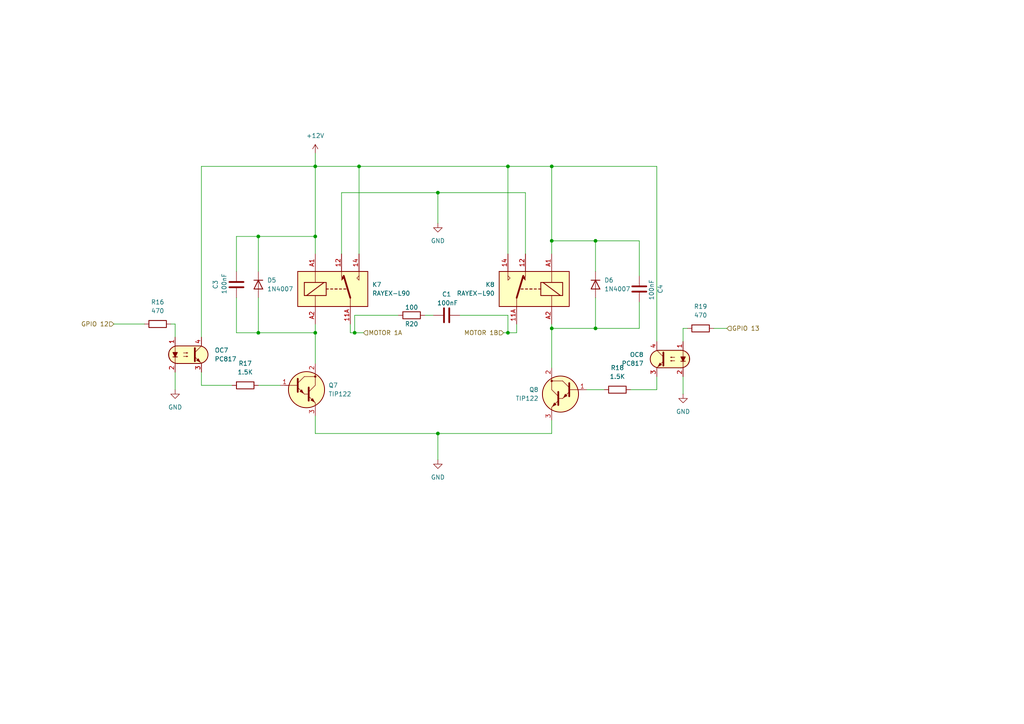
<source format=kicad_sch>
(kicad_sch
	(version 20250114)
	(generator "eeschema")
	(generator_version "9.0")
	(uuid "7ce69a9c-d2fc-47b5-8abf-78e1aba782ad")
	(paper "A4")
	(lib_symbols
		(symbol "Device:C"
			(pin_numbers
				(hide yes)
			)
			(pin_names
				(offset 0.254)
			)
			(exclude_from_sim no)
			(in_bom yes)
			(on_board yes)
			(property "Reference" "C"
				(at 0.635 2.54 0)
				(effects
					(font
						(size 1.27 1.27)
					)
					(justify left)
				)
			)
			(property "Value" "C"
				(at 0.635 -2.54 0)
				(effects
					(font
						(size 1.27 1.27)
					)
					(justify left)
				)
			)
			(property "Footprint" ""
				(at 0.9652 -3.81 0)
				(effects
					(font
						(size 1.27 1.27)
					)
					(hide yes)
				)
			)
			(property "Datasheet" "~"
				(at 0 0 0)
				(effects
					(font
						(size 1.27 1.27)
					)
					(hide yes)
				)
			)
			(property "Description" "Unpolarized capacitor"
				(at 0 0 0)
				(effects
					(font
						(size 1.27 1.27)
					)
					(hide yes)
				)
			)
			(property "ki_keywords" "cap capacitor"
				(at 0 0 0)
				(effects
					(font
						(size 1.27 1.27)
					)
					(hide yes)
				)
			)
			(property "ki_fp_filters" "C_*"
				(at 0 0 0)
				(effects
					(font
						(size 1.27 1.27)
					)
					(hide yes)
				)
			)
			(symbol "C_0_1"
				(polyline
					(pts
						(xy -2.032 0.762) (xy 2.032 0.762)
					)
					(stroke
						(width 0.508)
						(type default)
					)
					(fill
						(type none)
					)
				)
				(polyline
					(pts
						(xy -2.032 -0.762) (xy 2.032 -0.762)
					)
					(stroke
						(width 0.508)
						(type default)
					)
					(fill
						(type none)
					)
				)
			)
			(symbol "C_1_1"
				(pin passive line
					(at 0 3.81 270)
					(length 2.794)
					(name "~"
						(effects
							(font
								(size 1.27 1.27)
							)
						)
					)
					(number "1"
						(effects
							(font
								(size 1.27 1.27)
							)
						)
					)
				)
				(pin passive line
					(at 0 -3.81 90)
					(length 2.794)
					(name "~"
						(effects
							(font
								(size 1.27 1.27)
							)
						)
					)
					(number "2"
						(effects
							(font
								(size 1.27 1.27)
							)
						)
					)
				)
			)
			(embedded_fonts no)
		)
		(symbol "Device:R"
			(pin_numbers
				(hide yes)
			)
			(pin_names
				(offset 0)
			)
			(exclude_from_sim no)
			(in_bom yes)
			(on_board yes)
			(property "Reference" "R"
				(at 2.032 0 90)
				(effects
					(font
						(size 1.27 1.27)
					)
				)
			)
			(property "Value" "R"
				(at 0 0 90)
				(effects
					(font
						(size 1.27 1.27)
					)
				)
			)
			(property "Footprint" ""
				(at -1.778 0 90)
				(effects
					(font
						(size 1.27 1.27)
					)
					(hide yes)
				)
			)
			(property "Datasheet" "~"
				(at 0 0 0)
				(effects
					(font
						(size 1.27 1.27)
					)
					(hide yes)
				)
			)
			(property "Description" "Resistor"
				(at 0 0 0)
				(effects
					(font
						(size 1.27 1.27)
					)
					(hide yes)
				)
			)
			(property "ki_keywords" "R res resistor"
				(at 0 0 0)
				(effects
					(font
						(size 1.27 1.27)
					)
					(hide yes)
				)
			)
			(property "ki_fp_filters" "R_*"
				(at 0 0 0)
				(effects
					(font
						(size 1.27 1.27)
					)
					(hide yes)
				)
			)
			(symbol "R_0_1"
				(rectangle
					(start -1.016 -2.54)
					(end 1.016 2.54)
					(stroke
						(width 0.254)
						(type default)
					)
					(fill
						(type none)
					)
				)
			)
			(symbol "R_1_1"
				(pin passive line
					(at 0 3.81 270)
					(length 1.27)
					(name "~"
						(effects
							(font
								(size 1.27 1.27)
							)
						)
					)
					(number "1"
						(effects
							(font
								(size 1.27 1.27)
							)
						)
					)
				)
				(pin passive line
					(at 0 -3.81 90)
					(length 1.27)
					(name "~"
						(effects
							(font
								(size 1.27 1.27)
							)
						)
					)
					(number "2"
						(effects
							(font
								(size 1.27 1.27)
							)
						)
					)
				)
			)
			(embedded_fonts no)
		)
		(symbol "Diode:1N4007"
			(pin_numbers
				(hide yes)
			)
			(pin_names
				(hide yes)
			)
			(exclude_from_sim no)
			(in_bom yes)
			(on_board yes)
			(property "Reference" "D"
				(at 0 2.54 0)
				(effects
					(font
						(size 1.27 1.27)
					)
				)
			)
			(property "Value" "1N4007"
				(at 0 -2.54 0)
				(effects
					(font
						(size 1.27 1.27)
					)
				)
			)
			(property "Footprint" "Diode_THT:D_DO-41_SOD81_P10.16mm_Horizontal"
				(at 0 -4.445 0)
				(effects
					(font
						(size 1.27 1.27)
					)
					(hide yes)
				)
			)
			(property "Datasheet" "http://www.vishay.com/docs/88503/1n4001.pdf"
				(at 0 0 0)
				(effects
					(font
						(size 1.27 1.27)
					)
					(hide yes)
				)
			)
			(property "Description" "1000V 1A General Purpose Rectifier Diode, DO-41"
				(at 0 0 0)
				(effects
					(font
						(size 1.27 1.27)
					)
					(hide yes)
				)
			)
			(property "Sim.Device" "D"
				(at 0 0 0)
				(effects
					(font
						(size 1.27 1.27)
					)
					(hide yes)
				)
			)
			(property "Sim.Pins" "1=K 2=A"
				(at 0 0 0)
				(effects
					(font
						(size 1.27 1.27)
					)
					(hide yes)
				)
			)
			(property "ki_keywords" "diode"
				(at 0 0 0)
				(effects
					(font
						(size 1.27 1.27)
					)
					(hide yes)
				)
			)
			(property "ki_fp_filters" "D*DO?41*"
				(at 0 0 0)
				(effects
					(font
						(size 1.27 1.27)
					)
					(hide yes)
				)
			)
			(symbol "1N4007_0_1"
				(polyline
					(pts
						(xy -1.27 1.27) (xy -1.27 -1.27)
					)
					(stroke
						(width 0.254)
						(type default)
					)
					(fill
						(type none)
					)
				)
				(polyline
					(pts
						(xy 1.27 1.27) (xy 1.27 -1.27) (xy -1.27 0) (xy 1.27 1.27)
					)
					(stroke
						(width 0.254)
						(type default)
					)
					(fill
						(type none)
					)
				)
				(polyline
					(pts
						(xy 1.27 0) (xy -1.27 0)
					)
					(stroke
						(width 0)
						(type default)
					)
					(fill
						(type none)
					)
				)
			)
			(symbol "1N4007_1_1"
				(pin passive line
					(at -3.81 0 0)
					(length 2.54)
					(name "K"
						(effects
							(font
								(size 1.27 1.27)
							)
						)
					)
					(number "1"
						(effects
							(font
								(size 1.27 1.27)
							)
						)
					)
				)
				(pin passive line
					(at 3.81 0 180)
					(length 2.54)
					(name "A"
						(effects
							(font
								(size 1.27 1.27)
							)
						)
					)
					(number "2"
						(effects
							(font
								(size 1.27 1.27)
							)
						)
					)
				)
			)
			(embedded_fonts no)
		)
		(symbol "PCM_Optocoupler_AKL:PC817"
			(pin_names
				(offset 1.016)
			)
			(exclude_from_sim no)
			(in_bom yes)
			(on_board yes)
			(property "Reference" "OC"
				(at 6.35 1.27 0)
				(effects
					(font
						(size 1.27 1.27)
					)
					(justify left)
				)
			)
			(property "Value" "PC817"
				(at 6.35 -1.27 0)
				(effects
					(font
						(size 1.27 1.27)
					)
					(justify left)
				)
			)
			(property "Footprint" "PCM_Package_DIP_AKL:DIP-4_W7.62mm_LongPads"
				(at 6.35 1.27 0)
				(effects
					(font
						(size 1.27 1.27)
						(italic yes)
					)
					(justify left)
					(hide yes)
				)
			)
			(property "Datasheet" "https://www.tme.eu/Document/7534c9f89aa4b1eba4ec90182e378328/PC817_2_3_47.pdf"
				(at 0 0 0)
				(effects
					(font
						(size 1.27 1.27)
					)
					(justify left)
					(hide yes)
				)
			)
			(property "Description" "DIP-4 Optocoupler, Transistor output, 5kV, 4us, Alternate KiCAD Library"
				(at 0 0 0)
				(effects
					(font
						(size 1.27 1.27)
					)
					(hide yes)
				)
			)
			(property "ki_keywords" "NPN Optocoupler transistor output PC817"
				(at 0 0 0)
				(effects
					(font
						(size 1.27 1.27)
					)
					(hide yes)
				)
			)
			(property "ki_fp_filters" "DIP*W7.62mm*"
				(at 0 0 0)
				(effects
					(font
						(size 1.27 1.27)
					)
					(hide yes)
				)
			)
			(symbol "PC817_0_1"
				(polyline
					(pts
						(xy -4.445 -0.635) (xy -3.175 -0.635)
					)
					(stroke
						(width 0.254)
						(type default)
					)
					(fill
						(type none)
					)
				)
				(polyline
					(pts
						(xy -3.81 -0.635) (xy -4.445 0.635) (xy -3.175 0.635) (xy -3.81 -0.635)
					)
					(stroke
						(width 0.254)
						(type default)
					)
					(fill
						(type outline)
					)
				)
				(polyline
					(pts
						(xy -3.81 -2.54) (xy -3.81 -1.27) (xy -3.81 2.54)
					)
					(stroke
						(width 0.1524)
						(type default)
					)
					(fill
						(type none)
					)
				)
				(polyline
					(pts
						(xy -3.175 2.54) (xy 3.175 2.54)
					)
					(stroke
						(width 0.254)
						(type default)
					)
					(fill
						(type none)
					)
				)
				(arc
					(start -3.1975 -2.54)
					(mid -5.7151 0)
					(end -3.1975 2.54)
					(stroke
						(width 0.254)
						(type default)
					)
					(fill
						(type none)
					)
				)
				(polyline
					(pts
						(xy -2.54 2.54) (xy 3.429 2.54) (xy 4.318 2.286) (xy 4.699 2.032) (xy 5.08 1.651) (xy 5.461 1.016)
						(xy 5.715 0.381) (xy 5.715 -0.381) (xy 5.461 -1.143) (xy 4.826 -1.905) (xy 4.191 -2.286) (xy 3.302 -2.54)
						(xy -3.81 -2.54) (xy -3.81 -2.54) (xy -4.572 -2.032) (xy -5.08 -1.778) (xy -5.588 -0.508) (xy -5.588 0.254)
						(xy -5.588 1.016) (xy -5.08 1.778) (xy -4.318 2.286) (xy -3.556 2.54) (xy -2.54 2.54)
					)
					(stroke
						(width 0.01)
						(type default)
					)
					(fill
						(type background)
					)
				)
				(polyline
					(pts
						(xy -1.397 0.508) (xy -0.127 0.508) (xy -0.508 0.381) (xy -0.508 0.635) (xy -0.127 0.508)
					)
					(stroke
						(width 0)
						(type default)
					)
					(fill
						(type none)
					)
				)
				(polyline
					(pts
						(xy -1.397 -0.508) (xy -0.127 -0.508) (xy -0.508 -0.635) (xy -0.508 -0.381) (xy -0.127 -0.508)
					)
					(stroke
						(width 0)
						(type default)
					)
					(fill
						(type none)
					)
				)
				(polyline
					(pts
						(xy 1.905 1.905) (xy 1.905 -1.905) (xy 1.905 -1.905)
					)
					(stroke
						(width 0.508)
						(type default)
					)
					(fill
						(type none)
					)
				)
				(polyline
					(pts
						(xy 1.905 0.635) (xy 3.81 2.54)
					)
					(stroke
						(width 0)
						(type default)
					)
					(fill
						(type none)
					)
				)
				(polyline
					(pts
						(xy 2.413 -1.651) (xy 2.921 -1.143) (xy 3.429 -2.159) (xy 2.413 -1.651) (xy 2.413 -1.651)
					)
					(stroke
						(width 0)
						(type default)
					)
					(fill
						(type outline)
					)
				)
				(arc
					(start 3.1975 2.54)
					(mid 5.7151 0)
					(end 3.1975 -2.54)
					(stroke
						(width 0.254)
						(type default)
					)
					(fill
						(type none)
					)
				)
				(polyline
					(pts
						(xy 3.175 -2.54) (xy -3.175 -2.54)
					)
					(stroke
						(width 0.254)
						(type default)
					)
					(fill
						(type none)
					)
				)
				(polyline
					(pts
						(xy 3.81 -2.54) (xy 1.905 -0.635)
					)
					(stroke
						(width 0)
						(type default)
					)
					(fill
						(type outline)
					)
				)
			)
			(symbol "PC817_1_1"
				(pin passive line
					(at -3.81 5.08 270)
					(length 2.54)
					(name "~"
						(effects
							(font
								(size 1.27 1.27)
							)
						)
					)
					(number "1"
						(effects
							(font
								(size 1.27 1.27)
							)
						)
					)
				)
				(pin passive line
					(at -3.81 -5.08 90)
					(length 2.54)
					(name "~"
						(effects
							(font
								(size 1.27 1.27)
							)
						)
					)
					(number "2"
						(effects
							(font
								(size 1.27 1.27)
							)
						)
					)
				)
				(pin passive line
					(at 3.81 5.08 270)
					(length 2.54)
					(name "~"
						(effects
							(font
								(size 1.27 1.27)
							)
						)
					)
					(number "4"
						(effects
							(font
								(size 1.27 1.27)
							)
						)
					)
				)
				(pin passive line
					(at 3.81 -5.08 90)
					(length 2.54)
					(name "~"
						(effects
							(font
								(size 1.27 1.27)
							)
						)
					)
					(number "3"
						(effects
							(font
								(size 1.27 1.27)
							)
						)
					)
				)
			)
			(embedded_fonts no)
		)
		(symbol "PCM_Transistor_BJT_Darlington_AKL:TIP122"
			(pin_names
				(hide yes)
			)
			(exclude_from_sim no)
			(in_bom yes)
			(on_board yes)
			(property "Reference" "Q"
				(at 6.35 1.27 0)
				(effects
					(font
						(size 1.27 1.27)
					)
					(justify left)
				)
			)
			(property "Value" "TIP122"
				(at 6.35 -1.27 0)
				(effects
					(font
						(size 1.27 1.27)
					)
					(justify left)
				)
			)
			(property "Footprint" "PCM_Package_TO_SOT_THT_AKL:TO-220-3_Vertical_BCE"
				(at 5.08 2.54 0)
				(effects
					(font
						(size 1.27 1.27)
					)
					(hide yes)
				)
			)
			(property "Datasheet" "https://www.tme.eu/Document/012c50063a942e9e770de739e5e980cd/TIP12x.pdf"
				(at 0 -1.27 0)
				(effects
					(font
						(size 1.27 1.27)
					)
					(hide yes)
				)
			)
			(property "Description" "NPN TO-220 Darlington transistor, 100V, 5A, 65W, Alternate KiCAD Library"
				(at 0 0 0)
				(effects
					(font
						(size 1.27 1.27)
					)
					(hide yes)
				)
			)
			(property "ki_keywords" "transistor NPN Darlington TIP122"
				(at 0 0 0)
				(effects
					(font
						(size 1.27 1.27)
					)
					(hide yes)
				)
			)
			(symbol "TIP122_0_1"
				(polyline
					(pts
						(xy -6.35 1.27) (xy -2.54 1.27)
					)
					(stroke
						(width 0)
						(type default)
					)
					(fill
						(type none)
					)
				)
				(polyline
					(pts
						(xy -0.635 3.81) (xy 2.54 3.81) (xy 2.54 1.27)
					)
					(stroke
						(width 0)
						(type default)
					)
					(fill
						(type none)
					)
				)
				(polyline
					(pts
						(xy -0.635 -1.27) (xy 0.635 -1.27)
					)
					(stroke
						(width 0)
						(type default)
					)
					(fill
						(type none)
					)
				)
				(circle
					(center 0 0)
					(radius 5.2324)
					(stroke
						(width 0.254)
						(type default)
					)
					(fill
						(type background)
					)
				)
				(polyline
					(pts
						(xy 0.635 0.635) (xy 0.635 -3.175) (xy 0.635 -3.175)
					)
					(stroke
						(width 0.508)
						(type default)
					)
					(fill
						(type none)
					)
				)
				(polyline
					(pts
						(xy 0.635 -0.635) (xy 2.54 1.27)
					)
					(stroke
						(width 0)
						(type default)
					)
					(fill
						(type none)
					)
				)
				(polyline
					(pts
						(xy 0.635 -1.905) (xy 2.54 -3.81) (xy 2.54 -3.81)
					)
					(stroke
						(width 0)
						(type default)
					)
					(fill
						(type none)
					)
				)
				(polyline
					(pts
						(xy 1.27 -3.048) (xy 1.778 -2.54) (xy 2.286 -3.556) (xy 1.27 -3.048) (xy 1.27 -3.048)
					)
					(stroke
						(width 0)
						(type default)
					)
					(fill
						(type outline)
					)
				)
				(polyline
					(pts
						(xy 2.54 3.81) (xy 2.54 5.08)
					)
					(stroke
						(width 0)
						(type default)
					)
					(fill
						(type none)
					)
				)
				(circle
					(center 2.54 3.81)
					(radius 0.254)
					(stroke
						(width 0)
						(type default)
					)
					(fill
						(type outline)
					)
				)
				(polyline
					(pts
						(xy 2.54 -5.08) (xy 2.54 -3.81)
					)
					(stroke
						(width 0)
						(type default)
					)
					(fill
						(type none)
					)
				)
			)
			(symbol "TIP122_1_1"
				(polyline
					(pts
						(xy -2.54 3.175) (xy -2.54 -0.635) (xy -2.54 -0.635)
					)
					(stroke
						(width 0.508)
						(type default)
					)
					(fill
						(type none)
					)
				)
				(polyline
					(pts
						(xy -2.54 1.905) (xy -0.635 3.81)
					)
					(stroke
						(width 0)
						(type default)
					)
					(fill
						(type none)
					)
				)
				(polyline
					(pts
						(xy -2.54 0.635) (xy -0.635 -1.27) (xy -0.635 -1.27)
					)
					(stroke
						(width 0)
						(type default)
					)
					(fill
						(type none)
					)
				)
				(polyline
					(pts
						(xy -1.905 -0.508) (xy -1.397 0) (xy -0.889 -1.016) (xy -1.905 -0.508) (xy -1.905 -0.508)
					)
					(stroke
						(width 0)
						(type default)
					)
					(fill
						(type outline)
					)
				)
				(pin input line
					(at -7.62 1.27 0)
					(length 2.54)
					(name "B"
						(effects
							(font
								(size 1.27 1.27)
							)
						)
					)
					(number "1"
						(effects
							(font
								(size 1.27 1.27)
							)
						)
					)
				)
				(pin passive line
					(at 2.54 7.62 270)
					(length 2.54)
					(name "C"
						(effects
							(font
								(size 1.27 1.27)
							)
						)
					)
					(number "2"
						(effects
							(font
								(size 1.27 1.27)
							)
						)
					)
				)
				(pin passive line
					(at 2.54 -7.62 90)
					(length 2.54)
					(name "E"
						(effects
							(font
								(size 1.27 1.27)
							)
						)
					)
					(number "3"
						(effects
							(font
								(size 1.27 1.27)
							)
						)
					)
				)
			)
			(embedded_fonts no)
		)
		(symbol "Relay:RAYEX-L90"
			(exclude_from_sim no)
			(in_bom yes)
			(on_board yes)
			(property "Reference" "K"
				(at 11.43 3.81 0)
				(effects
					(font
						(size 1.27 1.27)
					)
					(justify left)
				)
			)
			(property "Value" "RAYEX-L90"
				(at 11.43 1.27 0)
				(effects
					(font
						(size 1.27 1.27)
					)
					(justify left)
				)
			)
			(property "Footprint" "Relay_THT:Relay_SPDT_RAYEX-L90"
				(at 11.43 -1.27 0)
				(effects
					(font
						(size 1.27 1.27)
					)
					(justify left)
					(hide yes)
				)
			)
			(property "Datasheet" "https://a3.sofastcdn.com/attachment/7jioKBjnRiiSrjrjknRiwS77gwbf3zmp/L90-SERIES.pdf"
				(at 8.89 25.4 0)
				(effects
					(font
						(size 1.27 1.27)
					)
					(justify left)
					(hide yes)
				)
			)
			(property "Description" "Power relay, SPDT, 30A"
				(at 0 0 0)
				(effects
					(font
						(size 1.27 1.27)
					)
					(hide yes)
				)
			)
			(property "ki_keywords" "30A Single Pole Relay"
				(at 0 0 0)
				(effects
					(font
						(size 1.27 1.27)
					)
					(hide yes)
				)
			)
			(property "ki_fp_filters" "Relay*SPDT*RAYEX*L90*"
				(at 0 0 0)
				(effects
					(font
						(size 1.27 1.27)
					)
					(hide yes)
				)
			)
			(symbol "RAYEX-L90_1_0"
				(polyline
					(pts
						(xy 2.54 3.81) (xy 2.54 5.08)
					)
					(stroke
						(width 0)
						(type default)
					)
					(fill
						(type none)
					)
				)
				(polyline
					(pts
						(xy 7.62 3.81) (xy 7.62 5.08)
					)
					(stroke
						(width 0)
						(type default)
					)
					(fill
						(type none)
					)
				)
				(polyline
					(pts
						(xy 7.62 3.81) (xy 7.62 2.54) (xy 6.985 3.175) (xy 7.62 3.81)
					)
					(stroke
						(width 0)
						(type default)
					)
					(fill
						(type none)
					)
				)
			)
			(symbol "RAYEX-L90_1_1"
				(rectangle
					(start -10.16 5.08)
					(end 10.16 -5.08)
					(stroke
						(width 0.254)
						(type default)
					)
					(fill
						(type background)
					)
				)
				(rectangle
					(start -8.255 1.905)
					(end -1.905 -1.905)
					(stroke
						(width 0.254)
						(type default)
					)
					(fill
						(type none)
					)
				)
				(polyline
					(pts
						(xy -7.62 -1.905) (xy -2.54 1.905)
					)
					(stroke
						(width 0.254)
						(type default)
					)
					(fill
						(type none)
					)
				)
				(polyline
					(pts
						(xy -5.08 5.08) (xy -5.08 1.905)
					)
					(stroke
						(width 0)
						(type default)
					)
					(fill
						(type none)
					)
				)
				(polyline
					(pts
						(xy -5.08 -5.08) (xy -5.08 -1.905)
					)
					(stroke
						(width 0)
						(type default)
					)
					(fill
						(type none)
					)
				)
				(polyline
					(pts
						(xy -1.905 0) (xy -1.27 0)
					)
					(stroke
						(width 0.254)
						(type default)
					)
					(fill
						(type none)
					)
				)
				(polyline
					(pts
						(xy -0.635 0) (xy 0 0)
					)
					(stroke
						(width 0.254)
						(type default)
					)
					(fill
						(type none)
					)
				)
				(polyline
					(pts
						(xy 0.635 0) (xy 1.27 0)
					)
					(stroke
						(width 0.254)
						(type default)
					)
					(fill
						(type none)
					)
				)
				(polyline
					(pts
						(xy 0.635 0) (xy 1.27 0)
					)
					(stroke
						(width 0.254)
						(type default)
					)
					(fill
						(type none)
					)
				)
				(polyline
					(pts
						(xy 1.905 0) (xy 2.54 0)
					)
					(stroke
						(width 0.254)
						(type default)
					)
					(fill
						(type none)
					)
				)
				(polyline
					(pts
						(xy 2.54 2.54) (xy 3.175 3.175) (xy 2.54 3.81)
					)
					(stroke
						(width 0)
						(type default)
					)
					(fill
						(type outline)
					)
				)
				(polyline
					(pts
						(xy 3.175 0) (xy 3.81 0)
					)
					(stroke
						(width 0.254)
						(type default)
					)
					(fill
						(type none)
					)
				)
				(polyline
					(pts
						(xy 5.08 -2.54) (xy 3.175 3.81)
					)
					(stroke
						(width 0.508)
						(type default)
					)
					(fill
						(type none)
					)
				)
				(polyline
					(pts
						(xy 5.08 -2.54) (xy 5.08 -5.08)
					)
					(stroke
						(width 0)
						(type default)
					)
					(fill
						(type none)
					)
				)
				(pin passive line
					(at -5.08 10.16 270)
					(length 5.08)
					(name "~"
						(effects
							(font
								(size 1.27 1.27)
							)
						)
					)
					(number "A1"
						(effects
							(font
								(size 1.27 1.27)
							)
						)
					)
				)
				(pin passive line
					(at -5.08 -10.16 90)
					(length 5.08)
					(name "~"
						(effects
							(font
								(size 1.27 1.27)
							)
						)
					)
					(number "A2"
						(effects
							(font
								(size 1.27 1.27)
							)
						)
					)
				)
				(pin passive line
					(at 2.54 10.16 270)
					(length 5.08)
					(name "~"
						(effects
							(font
								(size 1.27 1.27)
							)
						)
					)
					(number "12"
						(effects
							(font
								(size 1.27 1.27)
							)
						)
					)
				)
				(pin passive line
					(at 5.08 -10.16 90)
					(length 5.08)
					(name "~"
						(effects
							(font
								(size 1.27 1.27)
							)
						)
					)
					(number "11A"
						(effects
							(font
								(size 1.27 1.27)
							)
						)
					)
				)
				(pin passive line
					(at 5.08 -10.16 90)
					(length 5.08)
					(hide yes)
					(name "~"
						(effects
							(font
								(size 1.27 1.27)
							)
						)
					)
					(number "11B"
						(effects
							(font
								(size 1.27 1.27)
							)
						)
					)
				)
				(pin passive line
					(at 7.62 10.16 270)
					(length 5.08)
					(name "~"
						(effects
							(font
								(size 1.27 1.27)
							)
						)
					)
					(number "14"
						(effects
							(font
								(size 1.27 1.27)
							)
						)
					)
				)
			)
			(embedded_fonts no)
		)
		(symbol "power:+12V"
			(power)
			(pin_numbers
				(hide yes)
			)
			(pin_names
				(offset 0)
				(hide yes)
			)
			(exclude_from_sim no)
			(in_bom yes)
			(on_board yes)
			(property "Reference" "#PWR"
				(at 0 -3.81 0)
				(effects
					(font
						(size 1.27 1.27)
					)
					(hide yes)
				)
			)
			(property "Value" "+12V"
				(at 0 3.556 0)
				(effects
					(font
						(size 1.27 1.27)
					)
				)
			)
			(property "Footprint" ""
				(at 0 0 0)
				(effects
					(font
						(size 1.27 1.27)
					)
					(hide yes)
				)
			)
			(property "Datasheet" ""
				(at 0 0 0)
				(effects
					(font
						(size 1.27 1.27)
					)
					(hide yes)
				)
			)
			(property "Description" "Power symbol creates a global label with name \"+12V\""
				(at 0 0 0)
				(effects
					(font
						(size 1.27 1.27)
					)
					(hide yes)
				)
			)
			(property "ki_keywords" "global power"
				(at 0 0 0)
				(effects
					(font
						(size 1.27 1.27)
					)
					(hide yes)
				)
			)
			(symbol "+12V_0_1"
				(polyline
					(pts
						(xy -0.762 1.27) (xy 0 2.54)
					)
					(stroke
						(width 0)
						(type default)
					)
					(fill
						(type none)
					)
				)
				(polyline
					(pts
						(xy 0 2.54) (xy 0.762 1.27)
					)
					(stroke
						(width 0)
						(type default)
					)
					(fill
						(type none)
					)
				)
				(polyline
					(pts
						(xy 0 0) (xy 0 2.54)
					)
					(stroke
						(width 0)
						(type default)
					)
					(fill
						(type none)
					)
				)
			)
			(symbol "+12V_1_1"
				(pin power_in line
					(at 0 0 90)
					(length 0)
					(name "~"
						(effects
							(font
								(size 1.27 1.27)
							)
						)
					)
					(number "1"
						(effects
							(font
								(size 1.27 1.27)
							)
						)
					)
				)
			)
			(embedded_fonts no)
		)
		(symbol "power:Earth"
			(power)
			(pin_numbers
				(hide yes)
			)
			(pin_names
				(offset 0)
				(hide yes)
			)
			(exclude_from_sim no)
			(in_bom yes)
			(on_board yes)
			(property "Reference" "#PWR"
				(at 0 -6.35 0)
				(effects
					(font
						(size 1.27 1.27)
					)
					(hide yes)
				)
			)
			(property "Value" "Earth"
				(at 0 -3.81 0)
				(effects
					(font
						(size 1.27 1.27)
					)
				)
			)
			(property "Footprint" ""
				(at 0 0 0)
				(effects
					(font
						(size 1.27 1.27)
					)
					(hide yes)
				)
			)
			(property "Datasheet" "~"
				(at 0 0 0)
				(effects
					(font
						(size 1.27 1.27)
					)
					(hide yes)
				)
			)
			(property "Description" "Power symbol creates a global label with name \"Earth\""
				(at 0 0 0)
				(effects
					(font
						(size 1.27 1.27)
					)
					(hide yes)
				)
			)
			(property "ki_keywords" "global ground gnd"
				(at 0 0 0)
				(effects
					(font
						(size 1.27 1.27)
					)
					(hide yes)
				)
			)
			(symbol "Earth_0_1"
				(polyline
					(pts
						(xy -0.635 -1.905) (xy 0.635 -1.905)
					)
					(stroke
						(width 0)
						(type default)
					)
					(fill
						(type none)
					)
				)
				(polyline
					(pts
						(xy -0.127 -2.54) (xy 0.127 -2.54)
					)
					(stroke
						(width 0)
						(type default)
					)
					(fill
						(type none)
					)
				)
				(polyline
					(pts
						(xy 0 -1.27) (xy 0 0)
					)
					(stroke
						(width 0)
						(type default)
					)
					(fill
						(type none)
					)
				)
				(polyline
					(pts
						(xy 1.27 -1.27) (xy -1.27 -1.27)
					)
					(stroke
						(width 0)
						(type default)
					)
					(fill
						(type none)
					)
				)
			)
			(symbol "Earth_1_1"
				(pin power_in line
					(at 0 0 270)
					(length 0)
					(name "~"
						(effects
							(font
								(size 1.27 1.27)
							)
						)
					)
					(number "1"
						(effects
							(font
								(size 1.27 1.27)
							)
						)
					)
				)
			)
			(embedded_fonts no)
		)
		(symbol "power:GND"
			(power)
			(pin_numbers
				(hide yes)
			)
			(pin_names
				(offset 0)
				(hide yes)
			)
			(exclude_from_sim no)
			(in_bom yes)
			(on_board yes)
			(property "Reference" "#PWR"
				(at 0 -6.35 0)
				(effects
					(font
						(size 1.27 1.27)
					)
					(hide yes)
				)
			)
			(property "Value" "GND"
				(at 0 -3.81 0)
				(effects
					(font
						(size 1.27 1.27)
					)
				)
			)
			(property "Footprint" ""
				(at 0 0 0)
				(effects
					(font
						(size 1.27 1.27)
					)
					(hide yes)
				)
			)
			(property "Datasheet" ""
				(at 0 0 0)
				(effects
					(font
						(size 1.27 1.27)
					)
					(hide yes)
				)
			)
			(property "Description" "Power symbol creates a global label with name \"GND\" , ground"
				(at 0 0 0)
				(effects
					(font
						(size 1.27 1.27)
					)
					(hide yes)
				)
			)
			(property "ki_keywords" "global power"
				(at 0 0 0)
				(effects
					(font
						(size 1.27 1.27)
					)
					(hide yes)
				)
			)
			(symbol "GND_0_1"
				(polyline
					(pts
						(xy 0 0) (xy 0 -1.27) (xy 1.27 -1.27) (xy 0 -2.54) (xy -1.27 -1.27) (xy 0 -1.27)
					)
					(stroke
						(width 0)
						(type default)
					)
					(fill
						(type none)
					)
				)
			)
			(symbol "GND_1_1"
				(pin power_in line
					(at 0 0 270)
					(length 0)
					(name "~"
						(effects
							(font
								(size 1.27 1.27)
							)
						)
					)
					(number "1"
						(effects
							(font
								(size 1.27 1.27)
							)
						)
					)
				)
			)
			(embedded_fonts no)
		)
	)
	(junction
		(at 102.87 96.52)
		(diameter 0)
		(color 0 0 0 0)
		(uuid "055aa94d-7387-4cee-a99d-f0675cdd26b7")
	)
	(junction
		(at 147.32 96.52)
		(diameter 0)
		(color 0 0 0 0)
		(uuid "1c368ef4-d7fe-4d01-94e2-00a5864de0c7")
	)
	(junction
		(at 127 125.73)
		(diameter 0)
		(color 0 0 0 0)
		(uuid "2bc30991-4357-425a-b543-ea2e6d76bfbc")
	)
	(junction
		(at 160.02 48.26)
		(diameter 0)
		(color 0 0 0 0)
		(uuid "35ab1b65-0f0f-4304-b0d7-802d672b72dd")
	)
	(junction
		(at 172.72 95.25)
		(diameter 0)
		(color 0 0 0 0)
		(uuid "45bd4aee-3997-47ff-844c-a88c5f80439b")
	)
	(junction
		(at 91.44 48.26)
		(diameter 0)
		(color 0 0 0 0)
		(uuid "5089387c-2e69-4218-9d4f-8950a268150b")
	)
	(junction
		(at 91.44 96.52)
		(diameter 0)
		(color 0 0 0 0)
		(uuid "65334021-ecaa-4017-a9a1-622c1fccb405")
	)
	(junction
		(at 160.02 69.85)
		(diameter 0)
		(color 0 0 0 0)
		(uuid "70d5530d-39ef-47d9-8b6b-8b264b634d91")
	)
	(junction
		(at 91.44 68.58)
		(diameter 0)
		(color 0 0 0 0)
		(uuid "98d9953a-5b43-48ec-ba44-5e2da4c7926f")
	)
	(junction
		(at 172.72 69.85)
		(diameter 0)
		(color 0 0 0 0)
		(uuid "9be7ffca-3138-4504-a1c1-41c925917c63")
	)
	(junction
		(at 127 55.88)
		(diameter 0)
		(color 0 0 0 0)
		(uuid "ab6072f7-6cc0-4af1-ae3b-0833e4d1d24f")
	)
	(junction
		(at 104.14 48.26)
		(diameter 0)
		(color 0 0 0 0)
		(uuid "c4d5497b-a1b7-4fa1-b978-86d07292f328")
	)
	(junction
		(at 160.02 95.25)
		(diameter 0)
		(color 0 0 0 0)
		(uuid "de822a81-6e82-4f27-9d5f-01ebc74de2f5")
	)
	(junction
		(at 74.93 68.58)
		(diameter 0)
		(color 0 0 0 0)
		(uuid "e213095e-da1e-47f5-a08c-09e08e570a6b")
	)
	(junction
		(at 74.93 96.52)
		(diameter 0)
		(color 0 0 0 0)
		(uuid "e5ab4983-7a06-4856-b440-1b3f3b92488a")
	)
	(junction
		(at 147.32 48.26)
		(diameter 0)
		(color 0 0 0 0)
		(uuid "f8e80ae2-502d-46ec-b1b8-be44d5cca31d")
	)
	(wire
		(pts
			(xy 152.4 55.88) (xy 127 55.88)
		)
		(stroke
			(width 0)
			(type default)
		)
		(uuid "088ad76c-71e4-488d-8ad1-fcb55001769d")
	)
	(wire
		(pts
			(xy 160.02 121.92) (xy 160.02 125.73)
		)
		(stroke
			(width 0)
			(type default)
		)
		(uuid "11dd99da-6bd7-4b76-8a12-de99da187dc9")
	)
	(wire
		(pts
			(xy 91.44 93.98) (xy 91.44 96.52)
		)
		(stroke
			(width 0)
			(type default)
		)
		(uuid "156056df-2e65-4f50-aead-ec6693734dfc")
	)
	(wire
		(pts
			(xy 198.12 95.25) (xy 198.12 99.06)
		)
		(stroke
			(width 0)
			(type default)
		)
		(uuid "17221187-ff8d-44c2-b8fb-04a3535c5d4b")
	)
	(wire
		(pts
			(xy 172.72 78.74) (xy 172.72 69.85)
		)
		(stroke
			(width 0)
			(type default)
		)
		(uuid "19320caa-a58c-4018-a2c6-ccea20240cdd")
	)
	(wire
		(pts
			(xy 50.8 107.95) (xy 50.8 113.03)
		)
		(stroke
			(width 0)
			(type default)
		)
		(uuid "1add894c-22e5-4623-8013-53fdd1d34875")
	)
	(wire
		(pts
			(xy 160.02 93.98) (xy 160.02 95.25)
		)
		(stroke
			(width 0)
			(type default)
		)
		(uuid "27343c5a-0f07-4546-bc9d-74b5c81b9a9d")
	)
	(wire
		(pts
			(xy 182.88 113.03) (xy 190.5 113.03)
		)
		(stroke
			(width 0)
			(type default)
		)
		(uuid "2a536f6f-2a3e-4fea-b4cf-ebdc75478982")
	)
	(wire
		(pts
			(xy 127 55.88) (xy 127 64.77)
		)
		(stroke
			(width 0)
			(type default)
		)
		(uuid "31779b90-2b2a-4058-9660-3c9ef0ac06d8")
	)
	(wire
		(pts
			(xy 91.44 48.26) (xy 91.44 68.58)
		)
		(stroke
			(width 0)
			(type default)
		)
		(uuid "31f508c5-e1b5-4018-ba3b-850b0e6e7775")
	)
	(wire
		(pts
			(xy 147.32 48.26) (xy 160.02 48.26)
		)
		(stroke
			(width 0)
			(type default)
		)
		(uuid "32faac0d-69ca-4dfc-8897-0875b1bda19b")
	)
	(wire
		(pts
			(xy 210.82 95.25) (xy 207.01 95.25)
		)
		(stroke
			(width 0)
			(type default)
		)
		(uuid "3352586b-e1ba-47a4-b93c-aa737e902997")
	)
	(wire
		(pts
			(xy 172.72 86.36) (xy 172.72 95.25)
		)
		(stroke
			(width 0)
			(type default)
		)
		(uuid "350aba50-7a28-4000-94fe-e61b49e397a5")
	)
	(wire
		(pts
			(xy 68.58 96.52) (xy 74.93 96.52)
		)
		(stroke
			(width 0)
			(type default)
		)
		(uuid "363e5130-31f5-4f57-b006-c17579c0e78b")
	)
	(wire
		(pts
			(xy 104.14 48.26) (xy 91.44 48.26)
		)
		(stroke
			(width 0)
			(type default)
		)
		(uuid "3bdc227d-d9ae-4ce7-88f8-f429550d2fa3")
	)
	(wire
		(pts
			(xy 199.39 95.25) (xy 198.12 95.25)
		)
		(stroke
			(width 0)
			(type default)
		)
		(uuid "3c9c50fb-39a6-4b03-b4a4-5dc23ba6c75a")
	)
	(wire
		(pts
			(xy 33.02 93.98) (xy 41.91 93.98)
		)
		(stroke
			(width 0)
			(type default)
		)
		(uuid "46426e20-2721-4965-8a48-931cde68a764")
	)
	(wire
		(pts
			(xy 133.35 91.44) (xy 147.32 91.44)
		)
		(stroke
			(width 0)
			(type default)
		)
		(uuid "4d8f4ad8-56b5-4eb5-beca-198f8636e10b")
	)
	(wire
		(pts
			(xy 185.42 87.63) (xy 185.42 95.25)
		)
		(stroke
			(width 0)
			(type default)
		)
		(uuid "52f233e8-c62f-4f2d-95e7-b297b072afdc")
	)
	(wire
		(pts
			(xy 91.44 125.73) (xy 127 125.73)
		)
		(stroke
			(width 0)
			(type default)
		)
		(uuid "536b26b8-c03c-4799-a9b2-cd42bd17646b")
	)
	(wire
		(pts
			(xy 58.42 111.76) (xy 67.31 111.76)
		)
		(stroke
			(width 0)
			(type default)
		)
		(uuid "55fc39ed-fc5a-431f-ae59-9eb016525230")
	)
	(wire
		(pts
			(xy 49.53 93.98) (xy 50.8 93.98)
		)
		(stroke
			(width 0)
			(type default)
		)
		(uuid "5aa48972-75ea-442c-8983-33b56060c6d8")
	)
	(wire
		(pts
			(xy 146.05 96.52) (xy 147.32 96.52)
		)
		(stroke
			(width 0)
			(type default)
		)
		(uuid "62bf144f-9232-4029-b5b6-f4f120ac9e90")
	)
	(wire
		(pts
			(xy 172.72 95.25) (xy 160.02 95.25)
		)
		(stroke
			(width 0)
			(type default)
		)
		(uuid "64bdb976-e2e1-40a9-b739-3b7ca1b6da89")
	)
	(wire
		(pts
			(xy 58.42 48.26) (xy 91.44 48.26)
		)
		(stroke
			(width 0)
			(type default)
		)
		(uuid "64c7fa64-f316-4e2a-95bf-008013221282")
	)
	(wire
		(pts
			(xy 147.32 96.52) (xy 149.86 96.52)
		)
		(stroke
			(width 0)
			(type default)
		)
		(uuid "6720b7e3-bd49-4beb-8dc8-c4f000a64223")
	)
	(wire
		(pts
			(xy 74.93 96.52) (xy 91.44 96.52)
		)
		(stroke
			(width 0)
			(type default)
		)
		(uuid "6e7d54d3-ec67-4302-9175-9cfae03375a7")
	)
	(wire
		(pts
			(xy 127 125.73) (xy 127 133.35)
		)
		(stroke
			(width 0)
			(type default)
		)
		(uuid "72bbbd9d-d7ee-4b63-abf5-e71aa9a8a763")
	)
	(wire
		(pts
			(xy 74.93 78.74) (xy 74.93 68.58)
		)
		(stroke
			(width 0)
			(type default)
		)
		(uuid "79229dc3-1335-450b-b137-085d397d0358")
	)
	(wire
		(pts
			(xy 50.8 93.98) (xy 50.8 97.79)
		)
		(stroke
			(width 0)
			(type default)
		)
		(uuid "7c180ef4-45b3-4d91-80cb-066664b6777c")
	)
	(wire
		(pts
			(xy 152.4 73.66) (xy 152.4 55.88)
		)
		(stroke
			(width 0)
			(type default)
		)
		(uuid "81800629-19b7-412b-bb5f-2ed104b3e777")
	)
	(wire
		(pts
			(xy 190.5 48.26) (xy 190.5 99.06)
		)
		(stroke
			(width 0)
			(type default)
		)
		(uuid "84d127c2-9783-4833-83e1-0a13289b932c")
	)
	(wire
		(pts
			(xy 190.5 109.22) (xy 190.5 113.03)
		)
		(stroke
			(width 0)
			(type default)
		)
		(uuid "8a239c17-d101-4137-8862-670502f1797f")
	)
	(wire
		(pts
			(xy 58.42 97.79) (xy 58.42 48.26)
		)
		(stroke
			(width 0)
			(type default)
		)
		(uuid "8a6fd776-c998-4861-9364-3c1851bf9307")
	)
	(wire
		(pts
			(xy 68.58 78.74) (xy 68.58 68.58)
		)
		(stroke
			(width 0)
			(type default)
		)
		(uuid "8fe80138-2c99-44c1-8436-2b83d5ae1906")
	)
	(wire
		(pts
			(xy 102.87 96.52) (xy 105.41 96.52)
		)
		(stroke
			(width 0)
			(type default)
		)
		(uuid "9a1635b4-9fbb-4e59-96ce-5f8d4cfe43ba")
	)
	(wire
		(pts
			(xy 102.87 91.44) (xy 102.87 96.52)
		)
		(stroke
			(width 0)
			(type default)
		)
		(uuid "9cabe485-fd18-48b5-8be1-69737066a060")
	)
	(wire
		(pts
			(xy 99.06 73.66) (xy 99.06 55.88)
		)
		(stroke
			(width 0)
			(type default)
		)
		(uuid "9ce2965c-5e11-4cc4-96fe-4dc81f11f5f6")
	)
	(wire
		(pts
			(xy 185.42 95.25) (xy 172.72 95.25)
		)
		(stroke
			(width 0)
			(type default)
		)
		(uuid "a483d771-c6c8-4773-a269-1b43e1249f1e")
	)
	(wire
		(pts
			(xy 91.44 68.58) (xy 91.44 73.66)
		)
		(stroke
			(width 0)
			(type default)
		)
		(uuid "a826d68d-895f-4ebd-aaba-ad6e9e10a29e")
	)
	(wire
		(pts
			(xy 99.06 55.88) (xy 127 55.88)
		)
		(stroke
			(width 0)
			(type default)
		)
		(uuid "a8a41ddb-f024-4377-98df-3b91250f04ab")
	)
	(wire
		(pts
			(xy 190.5 48.26) (xy 160.02 48.26)
		)
		(stroke
			(width 0)
			(type default)
		)
		(uuid "af954bdb-bdec-4eca-a80a-341b30aa9984")
	)
	(wire
		(pts
			(xy 104.14 48.26) (xy 147.32 48.26)
		)
		(stroke
			(width 0)
			(type default)
		)
		(uuid "b1cbca12-1bae-41cb-974c-553240c1735d")
	)
	(wire
		(pts
			(xy 147.32 48.26) (xy 147.32 73.66)
		)
		(stroke
			(width 0)
			(type default)
		)
		(uuid "b5641f47-2977-4fff-96e5-bae6c88a63d3")
	)
	(wire
		(pts
			(xy 68.58 68.58) (xy 74.93 68.58)
		)
		(stroke
			(width 0)
			(type default)
		)
		(uuid "b8954cb6-76f5-49c9-bf0c-91220fe2d233")
	)
	(wire
		(pts
			(xy 101.6 93.98) (xy 101.6 96.52)
		)
		(stroke
			(width 0)
			(type default)
		)
		(uuid "ba40041f-aee7-41ca-9295-78166fd4209b")
	)
	(wire
		(pts
			(xy 160.02 73.66) (xy 160.02 69.85)
		)
		(stroke
			(width 0)
			(type default)
		)
		(uuid "bc9b334e-0b07-4bbc-ae17-b36f8514a853")
	)
	(wire
		(pts
			(xy 170.18 113.03) (xy 175.26 113.03)
		)
		(stroke
			(width 0)
			(type default)
		)
		(uuid "bdab290c-1061-442d-af55-6984685e649e")
	)
	(wire
		(pts
			(xy 104.14 73.66) (xy 104.14 48.26)
		)
		(stroke
			(width 0)
			(type default)
		)
		(uuid "c2fc3da1-e629-4e10-b7a4-747c6e16c463")
	)
	(wire
		(pts
			(xy 91.44 120.65) (xy 91.44 125.73)
		)
		(stroke
			(width 0)
			(type default)
		)
		(uuid "c4d33016-494e-4e59-84da-0665641dfb6b")
	)
	(wire
		(pts
			(xy 185.42 69.85) (xy 172.72 69.85)
		)
		(stroke
			(width 0)
			(type default)
		)
		(uuid "c5b45121-53d5-4ed6-8c16-81fcd9080d52")
	)
	(wire
		(pts
			(xy 198.12 109.22) (xy 198.12 114.3)
		)
		(stroke
			(width 0)
			(type default)
		)
		(uuid "d3e06826-fd15-4337-9135-980553e084eb")
	)
	(wire
		(pts
			(xy 172.72 69.85) (xy 160.02 69.85)
		)
		(stroke
			(width 0)
			(type default)
		)
		(uuid "d9daa7bd-1ad6-4728-90d1-fb35e40591e7")
	)
	(wire
		(pts
			(xy 91.44 96.52) (xy 91.44 105.41)
		)
		(stroke
			(width 0)
			(type default)
		)
		(uuid "db884295-e66e-469c-95f9-73be5905f2e5")
	)
	(wire
		(pts
			(xy 58.42 107.95) (xy 58.42 111.76)
		)
		(stroke
			(width 0)
			(type default)
		)
		(uuid "dd79936a-7b54-4624-a53e-67b6c86ce0af")
	)
	(wire
		(pts
			(xy 91.44 44.45) (xy 91.44 48.26)
		)
		(stroke
			(width 0)
			(type default)
		)
		(uuid "de2bccd3-f5f6-4220-8eaf-c4015ee1d308")
	)
	(wire
		(pts
			(xy 147.32 91.44) (xy 147.32 96.52)
		)
		(stroke
			(width 0)
			(type default)
		)
		(uuid "e0a0c4ef-bb47-4f48-8305-e32a84456fd7")
	)
	(wire
		(pts
			(xy 74.93 111.76) (xy 81.28 111.76)
		)
		(stroke
			(width 0)
			(type default)
		)
		(uuid "e44f1a20-1657-4594-8636-803e2e36cc4d")
	)
	(wire
		(pts
			(xy 74.93 68.58) (xy 91.44 68.58)
		)
		(stroke
			(width 0)
			(type default)
		)
		(uuid "e530bb4d-3f2e-42ad-9bf8-4bc2a4b4c600")
	)
	(wire
		(pts
			(xy 74.93 86.36) (xy 74.93 96.52)
		)
		(stroke
			(width 0)
			(type default)
		)
		(uuid "e737c88e-f545-420c-b823-143f96bd8df6")
	)
	(wire
		(pts
			(xy 185.42 80.01) (xy 185.42 69.85)
		)
		(stroke
			(width 0)
			(type default)
		)
		(uuid "e90c68ec-a3c0-48d3-a69d-c86e649d1ad3")
	)
	(wire
		(pts
			(xy 115.57 91.44) (xy 102.87 91.44)
		)
		(stroke
			(width 0)
			(type default)
		)
		(uuid "eaa9d01c-d41c-4346-8c72-c5cd364d239a")
	)
	(wire
		(pts
			(xy 68.58 86.36) (xy 68.58 96.52)
		)
		(stroke
			(width 0)
			(type default)
		)
		(uuid "eb17c8b3-fade-418b-a4a4-7d6d31863b8e")
	)
	(wire
		(pts
			(xy 123.19 91.44) (xy 125.73 91.44)
		)
		(stroke
			(width 0)
			(type default)
		)
		(uuid "f1841411-f356-4793-b1aa-3633e3f31a48")
	)
	(wire
		(pts
			(xy 160.02 95.25) (xy 160.02 106.68)
		)
		(stroke
			(width 0)
			(type default)
		)
		(uuid "f1db5850-7bb9-4495-9df9-f03414df976f")
	)
	(wire
		(pts
			(xy 160.02 125.73) (xy 127 125.73)
		)
		(stroke
			(width 0)
			(type default)
		)
		(uuid "f2b688b9-bc61-41af-9b03-f0067442b34b")
	)
	(wire
		(pts
			(xy 160.02 69.85) (xy 160.02 48.26)
		)
		(stroke
			(width 0)
			(type default)
		)
		(uuid "f3c4d4f4-a8b0-4e71-bfe8-758b18498f88")
	)
	(wire
		(pts
			(xy 101.6 96.52) (xy 102.87 96.52)
		)
		(stroke
			(width 0)
			(type default)
		)
		(uuid "f7c4dbf2-e839-414a-a0e0-78a9b811ffa5")
	)
	(wire
		(pts
			(xy 149.86 93.98) (xy 149.86 96.52)
		)
		(stroke
			(width 0)
			(type default)
		)
		(uuid "f9e39c10-fd00-4e91-8b50-18e003913397")
	)
	(hierarchical_label "MOTOR 1A"
		(shape input)
		(at 105.41 96.52 0)
		(effects
			(font
				(size 1.27 1.27)
			)
			(justify left)
		)
		(uuid "1f2176fd-70c7-43b9-9a91-520551b5c4af")
	)
	(hierarchical_label "GPIO 12"
		(shape input)
		(at 33.02 93.98 180)
		(effects
			(font
				(size 1.27 1.27)
			)
			(justify right)
		)
		(uuid "294a7943-6308-4cfe-8707-3afa733897a4")
	)
	(hierarchical_label "GPIO 13"
		(shape input)
		(at 210.82 95.25 0)
		(effects
			(font
				(size 1.27 1.27)
			)
			(justify left)
		)
		(uuid "8dc40f54-7bd1-46ae-a366-f8b6720797ac")
	)
	(hierarchical_label "MOTOR 1B"
		(shape input)
		(at 146.05 96.52 180)
		(effects
			(font
				(size 1.27 1.27)
			)
			(justify right)
		)
		(uuid "d33916da-5778-4515-91d7-9503f4abc0e2")
	)
	(symbol
		(lib_id "power:GND")
		(at 198.12 114.3 0)
		(mirror y)
		(unit 1)
		(exclude_from_sim no)
		(in_bom yes)
		(on_board yes)
		(dnp no)
		(fields_autoplaced yes)
		(uuid "044fb33f-edae-461d-8753-e66a5958eccc")
		(property "Reference" "#PWR026"
			(at 198.12 120.65 0)
			(effects
				(font
					(size 1.27 1.27)
				)
				(hide yes)
			)
		)
		(property "Value" "GND"
			(at 198.12 119.38 0)
			(effects
				(font
					(size 1.27 1.27)
				)
			)
		)
		(property "Footprint" ""
			(at 198.12 114.3 0)
			(effects
				(font
					(size 1.27 1.27)
				)
				(hide yes)
			)
		)
		(property "Datasheet" ""
			(at 198.12 114.3 0)
			(effects
				(font
					(size 1.27 1.27)
				)
				(hide yes)
			)
		)
		(property "Description" "Power symbol creates a global label with name \"GND\" , ground"
			(at 198.12 114.3 0)
			(effects
				(font
					(size 1.27 1.27)
				)
				(hide yes)
			)
		)
		(pin "1"
			(uuid "1de88336-5da4-46d8-b424-0890836c0f23")
		)
		(instances
			(project "Submarino"
				(path "/02e45749-4030-483e-a965-510a49dc6379/9bd63853-ef46-4eea-b157-bc487cd7a735/c0b7f7d7-a474-4c6e-8615-4a4cd9b674a6"
					(reference "#PWR026")
					(unit 1)
				)
			)
		)
	)
	(symbol
		(lib_id "Device:R")
		(at 71.12 111.76 90)
		(unit 1)
		(exclude_from_sim no)
		(in_bom yes)
		(on_board yes)
		(dnp no)
		(fields_autoplaced yes)
		(uuid "06dbba1e-359e-463a-8f1f-5e6b512c43d9")
		(property "Reference" "R17"
			(at 71.12 105.41 90)
			(effects
				(font
					(size 1.27 1.27)
				)
			)
		)
		(property "Value" "1.5K"
			(at 71.12 107.95 90)
			(effects
				(font
					(size 1.27 1.27)
				)
			)
		)
		(property "Footprint" "Resistor_THT:R_Axial_DIN0207_L6.3mm_D2.5mm_P10.16mm_Horizontal"
			(at 71.12 113.538 90)
			(effects
				(font
					(size 1.27 1.27)
				)
				(hide yes)
			)
		)
		(property "Datasheet" "~"
			(at 71.12 111.76 0)
			(effects
				(font
					(size 1.27 1.27)
				)
				(hide yes)
			)
		)
		(property "Description" "Resistor"
			(at 71.12 111.76 0)
			(effects
				(font
					(size 1.27 1.27)
				)
				(hide yes)
			)
		)
		(pin "1"
			(uuid "1bc9ddfc-1fb3-42ba-8313-dfbc50d0d50f")
		)
		(pin "2"
			(uuid "f3902153-9a73-42e4-b5f2-08b03ccceb3b")
		)
		(instances
			(project "Submarino"
				(path "/02e45749-4030-483e-a965-510a49dc6379/9bd63853-ef46-4eea-b157-bc487cd7a735/c0b7f7d7-a474-4c6e-8615-4a4cd9b674a6"
					(reference "R17")
					(unit 1)
				)
			)
		)
	)
	(symbol
		(lib_id "Diode:1N4007")
		(at 172.72 82.55 270)
		(unit 1)
		(exclude_from_sim no)
		(in_bom yes)
		(on_board yes)
		(dnp no)
		(fields_autoplaced yes)
		(uuid "08aa3c8f-3aaa-4428-b560-4e7c2b80dc9a")
		(property "Reference" "D6"
			(at 175.26 81.2799 90)
			(effects
				(font
					(size 1.27 1.27)
				)
				(justify left)
			)
		)
		(property "Value" "1N4007"
			(at 175.26 83.8199 90)
			(effects
				(font
					(size 1.27 1.27)
				)
				(justify left)
			)
		)
		(property "Footprint" "Diode_THT:D_DO-41_SOD81_P10.16mm_Horizontal"
			(at 168.275 82.55 0)
			(effects
				(font
					(size 1.27 1.27)
				)
				(hide yes)
			)
		)
		(property "Datasheet" "http://www.vishay.com/docs/88503/1n4001.pdf"
			(at 172.72 82.55 0)
			(effects
				(font
					(size 1.27 1.27)
				)
				(hide yes)
			)
		)
		(property "Description" "1000V 1A General Purpose Rectifier Diode, DO-41"
			(at 172.72 82.55 0)
			(effects
				(font
					(size 1.27 1.27)
				)
				(hide yes)
			)
		)
		(property "Sim.Device" "D"
			(at 172.72 82.55 0)
			(effects
				(font
					(size 1.27 1.27)
				)
				(hide yes)
			)
		)
		(property "Sim.Pins" "1=K 2=A"
			(at 172.72 82.55 0)
			(effects
				(font
					(size 1.27 1.27)
				)
				(hide yes)
			)
		)
		(pin "1"
			(uuid "d2d5e37d-1285-44fc-99ec-41fcb84bcb93")
		)
		(pin "2"
			(uuid "05385d3d-55b3-477b-83c8-1b2e17c74ca8")
		)
		(instances
			(project "Submarino"
				(path "/02e45749-4030-483e-a965-510a49dc6379/9bd63853-ef46-4eea-b157-bc487cd7a735/c0b7f7d7-a474-4c6e-8615-4a4cd9b674a6"
					(reference "D6")
					(unit 1)
				)
			)
		)
	)
	(symbol
		(lib_id "PCM_Transistor_BJT_Darlington_AKL:TIP122")
		(at 88.9 113.03 0)
		(unit 1)
		(exclude_from_sim no)
		(in_bom yes)
		(on_board yes)
		(dnp no)
		(fields_autoplaced yes)
		(uuid "0a56351c-7eed-40f3-afba-830450ce52c8")
		(property "Reference" "Q7"
			(at 95.25 111.7599 0)
			(effects
				(font
					(size 1.27 1.27)
				)
				(justify left)
			)
		)
		(property "Value" "TIP122"
			(at 95.25 114.2999 0)
			(effects
				(font
					(size 1.27 1.27)
				)
				(justify left)
			)
		)
		(property "Footprint" "PCM_Package_TO_SOT_THT_AKL:TO-220-3_Vertical_BCE"
			(at 93.98 110.49 0)
			(effects
				(font
					(size 1.27 1.27)
				)
				(hide yes)
			)
		)
		(property "Datasheet" "https://www.tme.eu/Document/012c50063a942e9e770de739e5e980cd/TIP12x.pdf"
			(at 88.9 114.3 0)
			(effects
				(font
					(size 1.27 1.27)
				)
				(hide yes)
			)
		)
		(property "Description" "NPN TO-220 Darlington transistor, 100V, 5A, 65W, Alternate KiCAD Library"
			(at 88.9 113.03 0)
			(effects
				(font
					(size 1.27 1.27)
				)
				(hide yes)
			)
		)
		(pin "2"
			(uuid "749717ea-bb69-420a-bd90-bc5c97459cca")
		)
		(pin "1"
			(uuid "0c6f90ab-c055-42c5-88c8-886f0773bf4a")
		)
		(pin "3"
			(uuid "4592e49d-6c77-4396-80c7-db97941b3735")
		)
		(instances
			(project "Submarino"
				(path "/02e45749-4030-483e-a965-510a49dc6379/9bd63853-ef46-4eea-b157-bc487cd7a735/c0b7f7d7-a474-4c6e-8615-4a4cd9b674a6"
					(reference "Q7")
					(unit 1)
				)
			)
		)
	)
	(symbol
		(lib_id "power:GND")
		(at 127 133.35 0)
		(unit 1)
		(exclude_from_sim no)
		(in_bom yes)
		(on_board yes)
		(dnp no)
		(fields_autoplaced yes)
		(uuid "1080ff84-85c1-4f85-a3a2-b590926b278a")
		(property "Reference" "#PWR025"
			(at 127 139.7 0)
			(effects
				(font
					(size 1.27 1.27)
				)
				(hide yes)
			)
		)
		(property "Value" "GND"
			(at 127 138.43 0)
			(effects
				(font
					(size 1.27 1.27)
				)
			)
		)
		(property "Footprint" ""
			(at 127 133.35 0)
			(effects
				(font
					(size 1.27 1.27)
				)
				(hide yes)
			)
		)
		(property "Datasheet" ""
			(at 127 133.35 0)
			(effects
				(font
					(size 1.27 1.27)
				)
				(hide yes)
			)
		)
		(property "Description" "Power symbol creates a global label with name \"GND\" , ground"
			(at 127 133.35 0)
			(effects
				(font
					(size 1.27 1.27)
				)
				(hide yes)
			)
		)
		(pin "1"
			(uuid "3210efa6-39da-4e24-88ad-d416c7c99daf")
		)
		(instances
			(project "Submarino"
				(path "/02e45749-4030-483e-a965-510a49dc6379/9bd63853-ef46-4eea-b157-bc487cd7a735/c0b7f7d7-a474-4c6e-8615-4a4cd9b674a6"
					(reference "#PWR025")
					(unit 1)
				)
			)
		)
	)
	(symbol
		(lib_id "power:GND")
		(at 127 64.77 0)
		(unit 1)
		(exclude_from_sim no)
		(in_bom yes)
		(on_board yes)
		(dnp no)
		(fields_autoplaced yes)
		(uuid "1b9a8b2a-84d1-4753-b1ed-7eb48f2fa436")
		(property "Reference" "#PWR027"
			(at 127 71.12 0)
			(effects
				(font
					(size 1.27 1.27)
				)
				(hide yes)
			)
		)
		(property "Value" "GND"
			(at 127 69.85 0)
			(effects
				(font
					(size 1.27 1.27)
				)
			)
		)
		(property "Footprint" ""
			(at 127 64.77 0)
			(effects
				(font
					(size 1.27 1.27)
				)
				(hide yes)
			)
		)
		(property "Datasheet" ""
			(at 127 64.77 0)
			(effects
				(font
					(size 1.27 1.27)
				)
				(hide yes)
			)
		)
		(property "Description" "Power symbol creates a global label with name \"GND\" , ground"
			(at 127 64.77 0)
			(effects
				(font
					(size 1.27 1.27)
				)
				(hide yes)
			)
		)
		(pin "1"
			(uuid "ac0b53e8-e7e5-4981-9d26-b0c8d62e0ec8")
		)
		(instances
			(project "Submarino"
				(path "/02e45749-4030-483e-a965-510a49dc6379/9bd63853-ef46-4eea-b157-bc487cd7a735/c0b7f7d7-a474-4c6e-8615-4a4cd9b674a6"
					(reference "#PWR027")
					(unit 1)
				)
			)
		)
	)
	(symbol
		(lib_id "Device:C")
		(at 129.54 91.44 90)
		(unit 1)
		(exclude_from_sim no)
		(in_bom yes)
		(on_board yes)
		(dnp no)
		(uuid "2c025be4-e836-4174-9c28-f77b0eef5895")
		(property "Reference" "C1"
			(at 129.54 85.344 90)
			(effects
				(font
					(size 1.27 1.27)
				)
			)
		)
		(property "Value" "100nF"
			(at 129.794 87.884 90)
			(effects
				(font
					(size 1.27 1.27)
				)
			)
		)
		(property "Footprint" "Capacitor_THT:C_Disc_D4.3mm_W1.9mm_P5.00mm"
			(at 133.35 90.4748 0)
			(effects
				(font
					(size 1.27 1.27)
				)
				(hide yes)
			)
		)
		(property "Datasheet" "~"
			(at 129.54 91.44 0)
			(effects
				(font
					(size 1.27 1.27)
				)
				(hide yes)
			)
		)
		(property "Description" "Unpolarized capacitor"
			(at 129.54 91.44 0)
			(effects
				(font
					(size 1.27 1.27)
				)
				(hide yes)
			)
		)
		(pin "1"
			(uuid "82c4e84c-7b14-4f51-a58e-d0c9cc81bfc8")
		)
		(pin "2"
			(uuid "78c97560-c228-4dd6-a85d-aa3f73e55834")
		)
		(instances
			(project ""
				(path "/02e45749-4030-483e-a965-510a49dc6379/9bd63853-ef46-4eea-b157-bc487cd7a735/c0b7f7d7-a474-4c6e-8615-4a4cd9b674a6"
					(reference "C1")
					(unit 1)
				)
			)
		)
	)
	(symbol
		(lib_id "PCM_Optocoupler_AKL:PC817")
		(at 54.61 102.87 0)
		(unit 1)
		(exclude_from_sim no)
		(in_bom yes)
		(on_board yes)
		(dnp no)
		(fields_autoplaced yes)
		(uuid "383d3a51-ca6d-4e7e-bea4-226e6e2aad0e")
		(property "Reference" "OC7"
			(at 62.23 101.5999 0)
			(effects
				(font
					(size 1.27 1.27)
				)
				(justify left)
			)
		)
		(property "Value" "PC817"
			(at 62.23 104.1399 0)
			(effects
				(font
					(size 1.27 1.27)
				)
				(justify left)
			)
		)
		(property "Footprint" "PCM_Package_DIP_AKL:DIP-4_W7.62mm_LongPads"
			(at 60.96 101.6 0)
			(effects
				(font
					(size 1.27 1.27)
					(italic yes)
				)
				(justify left)
				(hide yes)
			)
		)
		(property "Datasheet" "https://www.tme.eu/Document/7534c9f89aa4b1eba4ec90182e378328/PC817_2_3_47.pdf"
			(at 54.61 102.87 0)
			(effects
				(font
					(size 1.27 1.27)
				)
				(justify left)
				(hide yes)
			)
		)
		(property "Description" "DIP-4 Optocoupler, Transistor output, 5kV, 4us, Alternate KiCAD Library"
			(at 54.61 102.87 0)
			(effects
				(font
					(size 1.27 1.27)
				)
				(hide yes)
			)
		)
		(pin "1"
			(uuid "ab4cc592-5262-478d-b2b1-d485b5422f47")
		)
		(pin "2"
			(uuid "9d07aac4-7159-4d9d-b013-b50e9e4b4d0f")
		)
		(pin "4"
			(uuid "37dcfde8-724a-44dc-b5d0-8970567e1b2e")
		)
		(pin "3"
			(uuid "a85a85d7-4902-4e81-8251-e0b29b35b72b")
		)
		(instances
			(project "Submarino"
				(path "/02e45749-4030-483e-a965-510a49dc6379/9bd63853-ef46-4eea-b157-bc487cd7a735/c0b7f7d7-a474-4c6e-8615-4a4cd9b674a6"
					(reference "OC7")
					(unit 1)
				)
			)
		)
	)
	(symbol
		(lib_id "Device:R")
		(at 45.72 93.98 90)
		(unit 1)
		(exclude_from_sim no)
		(in_bom yes)
		(on_board yes)
		(dnp no)
		(fields_autoplaced yes)
		(uuid "4108c204-9a48-4a88-bb8a-a226d430cf27")
		(property "Reference" "R16"
			(at 45.72 87.63 90)
			(effects
				(font
					(size 1.27 1.27)
				)
			)
		)
		(property "Value" "470"
			(at 45.72 90.17 90)
			(effects
				(font
					(size 1.27 1.27)
				)
			)
		)
		(property "Footprint" "Resistor_THT:R_Axial_DIN0207_L6.3mm_D2.5mm_P10.16mm_Horizontal"
			(at 45.72 95.758 90)
			(effects
				(font
					(size 1.27 1.27)
				)
				(hide yes)
			)
		)
		(property "Datasheet" "~"
			(at 45.72 93.98 0)
			(effects
				(font
					(size 1.27 1.27)
				)
				(hide yes)
			)
		)
		(property "Description" "Resistor"
			(at 45.72 93.98 0)
			(effects
				(font
					(size 1.27 1.27)
				)
				(hide yes)
			)
		)
		(pin "1"
			(uuid "62b16a70-7434-4897-b3e1-7b8dac79870d")
		)
		(pin "2"
			(uuid "7d484240-2e47-433d-8608-7b6f429575c3")
		)
		(instances
			(project "Submarino"
				(path "/02e45749-4030-483e-a965-510a49dc6379/9bd63853-ef46-4eea-b157-bc487cd7a735/c0b7f7d7-a474-4c6e-8615-4a4cd9b674a6"
					(reference "R16")
					(unit 1)
				)
			)
		)
	)
	(symbol
		(lib_id "Device:C")
		(at 185.42 83.82 0)
		(unit 1)
		(exclude_from_sim no)
		(in_bom yes)
		(on_board yes)
		(dnp no)
		(uuid "496803e6-fdba-46b2-9226-b73ef050ad4e")
		(property "Reference" "C4"
			(at 191.516 83.82 90)
			(effects
				(font
					(size 1.27 1.27)
				)
			)
		)
		(property "Value" "100nF"
			(at 188.976 84.074 90)
			(effects
				(font
					(size 1.27 1.27)
				)
			)
		)
		(property "Footprint" "Capacitor_THT:C_Disc_D4.3mm_W1.9mm_P5.00mm"
			(at 186.3852 87.63 0)
			(effects
				(font
					(size 1.27 1.27)
				)
				(hide yes)
			)
		)
		(property "Datasheet" "~"
			(at 185.42 83.82 0)
			(effects
				(font
					(size 1.27 1.27)
				)
				(hide yes)
			)
		)
		(property "Description" "Unpolarized capacitor"
			(at 185.42 83.82 0)
			(effects
				(font
					(size 1.27 1.27)
				)
				(hide yes)
			)
		)
		(pin "1"
			(uuid "a8d07869-5e5b-41e5-a7a0-ef29cee14995")
		)
		(pin "2"
			(uuid "741b7b1d-8319-48f4-b02c-a830839bbf4c")
		)
		(instances
			(project "Submarino"
				(path "/02e45749-4030-483e-a965-510a49dc6379/9bd63853-ef46-4eea-b157-bc487cd7a735/c0b7f7d7-a474-4c6e-8615-4a4cd9b674a6"
					(reference "C4")
					(unit 1)
				)
			)
		)
	)
	(symbol
		(lib_id "PCM_Transistor_BJT_Darlington_AKL:TIP122")
		(at 162.56 114.3 0)
		(mirror y)
		(unit 1)
		(exclude_from_sim no)
		(in_bom yes)
		(on_board yes)
		(dnp no)
		(uuid "4c530b7f-3b69-4fc0-b839-5c6d9c59b4b8")
		(property "Reference" "Q8"
			(at 156.21 113.0299 0)
			(effects
				(font
					(size 1.27 1.27)
				)
				(justify left)
			)
		)
		(property "Value" "TIP122"
			(at 156.21 115.5699 0)
			(effects
				(font
					(size 1.27 1.27)
				)
				(justify left)
			)
		)
		(property "Footprint" "PCM_Package_TO_SOT_THT_AKL:TO-220-3_Vertical_BCE"
			(at 157.48 111.76 0)
			(effects
				(font
					(size 1.27 1.27)
				)
				(hide yes)
			)
		)
		(property "Datasheet" "https://www.tme.eu/Document/012c50063a942e9e770de739e5e980cd/TIP12x.pdf"
			(at 162.56 115.57 0)
			(effects
				(font
					(size 1.27 1.27)
				)
				(hide yes)
			)
		)
		(property "Description" "NPN TO-220 Darlington transistor, 100V, 5A, 65W, Alternate KiCAD Library"
			(at 162.56 114.3 0)
			(effects
				(font
					(size 1.27 1.27)
				)
				(hide yes)
			)
		)
		(pin "2"
			(uuid "6aaa15d0-f4e8-46b6-8841-a6ce7f765e56")
		)
		(pin "1"
			(uuid "1db1eb2d-3263-4acf-867d-5b11628ca7c8")
		)
		(pin "3"
			(uuid "55e773e1-f8a5-4e84-a7db-38aad6fbbdc1")
		)
		(instances
			(project "Submarino"
				(path "/02e45749-4030-483e-a965-510a49dc6379/9bd63853-ef46-4eea-b157-bc487cd7a735/c0b7f7d7-a474-4c6e-8615-4a4cd9b674a6"
					(reference "Q8")
					(unit 1)
				)
			)
		)
	)
	(symbol
		(lib_id "Diode:1N4007")
		(at 74.93 82.55 270)
		(unit 1)
		(exclude_from_sim no)
		(in_bom yes)
		(on_board yes)
		(dnp no)
		(fields_autoplaced yes)
		(uuid "57677c70-149e-42b8-a923-56405e038e67")
		(property "Reference" "D5"
			(at 77.47 81.2799 90)
			(effects
				(font
					(size 1.27 1.27)
				)
				(justify left)
			)
		)
		(property "Value" "1N4007"
			(at 77.47 83.8199 90)
			(effects
				(font
					(size 1.27 1.27)
				)
				(justify left)
			)
		)
		(property "Footprint" "Diode_THT:D_DO-41_SOD81_P10.16mm_Horizontal"
			(at 70.485 82.55 0)
			(effects
				(font
					(size 1.27 1.27)
				)
				(hide yes)
			)
		)
		(property "Datasheet" "http://www.vishay.com/docs/88503/1n4001.pdf"
			(at 74.93 82.55 0)
			(effects
				(font
					(size 1.27 1.27)
				)
				(hide yes)
			)
		)
		(property "Description" "1000V 1A General Purpose Rectifier Diode, DO-41"
			(at 74.93 82.55 0)
			(effects
				(font
					(size 1.27 1.27)
				)
				(hide yes)
			)
		)
		(property "Sim.Device" "D"
			(at 74.93 82.55 0)
			(effects
				(font
					(size 1.27 1.27)
				)
				(hide yes)
			)
		)
		(property "Sim.Pins" "1=K 2=A"
			(at 74.93 82.55 0)
			(effects
				(font
					(size 1.27 1.27)
				)
				(hide yes)
			)
		)
		(pin "1"
			(uuid "a8c13bd3-b713-4be0-b71a-a41bac0848b0")
		)
		(pin "2"
			(uuid "26270520-25d7-4575-b292-374e88bffbd3")
		)
		(instances
			(project "Submarino"
				(path "/02e45749-4030-483e-a965-510a49dc6379/9bd63853-ef46-4eea-b157-bc487cd7a735/c0b7f7d7-a474-4c6e-8615-4a4cd9b674a6"
					(reference "D5")
					(unit 1)
				)
			)
		)
	)
	(symbol
		(lib_id "Device:C")
		(at 68.58 82.55 180)
		(unit 1)
		(exclude_from_sim no)
		(in_bom yes)
		(on_board yes)
		(dnp no)
		(uuid "5b4d5079-4893-472e-9f11-d30f1df8a38b")
		(property "Reference" "C3"
			(at 62.484 82.55 90)
			(effects
				(font
					(size 1.27 1.27)
				)
			)
		)
		(property "Value" "100nF"
			(at 65.024 82.296 90)
			(effects
				(font
					(size 1.27 1.27)
				)
			)
		)
		(property "Footprint" "Capacitor_THT:C_Disc_D4.3mm_W1.9mm_P5.00mm"
			(at 67.6148 78.74 0)
			(effects
				(font
					(size 1.27 1.27)
				)
				(hide yes)
			)
		)
		(property "Datasheet" "~"
			(at 68.58 82.55 0)
			(effects
				(font
					(size 1.27 1.27)
				)
				(hide yes)
			)
		)
		(property "Description" "Unpolarized capacitor"
			(at 68.58 82.55 0)
			(effects
				(font
					(size 1.27 1.27)
				)
				(hide yes)
			)
		)
		(pin "1"
			(uuid "7821d220-2918-4c88-9805-323b02924e95")
		)
		(pin "2"
			(uuid "416148da-c9e2-4c3e-9ce6-02b747cb4df5")
		)
		(instances
			(project "Submarino"
				(path "/02e45749-4030-483e-a965-510a49dc6379/9bd63853-ef46-4eea-b157-bc487cd7a735/c0b7f7d7-a474-4c6e-8615-4a4cd9b674a6"
					(reference "C3")
					(unit 1)
				)
			)
		)
	)
	(symbol
		(lib_id "Device:R")
		(at 119.38 91.44 90)
		(unit 1)
		(exclude_from_sim no)
		(in_bom yes)
		(on_board yes)
		(dnp no)
		(uuid "7b7bb089-8d41-410b-ab50-0698ee831546")
		(property "Reference" "R20"
			(at 119.38 93.98 90)
			(effects
				(font
					(size 1.27 1.27)
				)
			)
		)
		(property "Value" "100"
			(at 119.38 89.154 90)
			(effects
				(font
					(size 1.27 1.27)
				)
			)
		)
		(property "Footprint" "Resistor_THT:R_Axial_DIN0207_L6.3mm_D2.5mm_P10.16mm_Horizontal"
			(at 119.38 93.218 90)
			(effects
				(font
					(size 1.27 1.27)
				)
				(hide yes)
			)
		)
		(property "Datasheet" "~"
			(at 119.38 91.44 0)
			(effects
				(font
					(size 1.27 1.27)
				)
				(hide yes)
			)
		)
		(property "Description" "Resistor"
			(at 119.38 91.44 0)
			(effects
				(font
					(size 1.27 1.27)
				)
				(hide yes)
			)
		)
		(pin "1"
			(uuid "557ae3ac-4df8-48ab-ac46-e2c058c0ed73")
		)
		(pin "2"
			(uuid "3b012bd5-d5bd-41ff-ad85-91da344be71a")
		)
		(instances
			(project "Submarino"
				(path "/02e45749-4030-483e-a965-510a49dc6379/9bd63853-ef46-4eea-b157-bc487cd7a735/c0b7f7d7-a474-4c6e-8615-4a4cd9b674a6"
					(reference "R20")
					(unit 1)
				)
			)
		)
	)
	(symbol
		(lib_id "power:Earth")
		(at -21.59 29.21 0)
		(unit 1)
		(exclude_from_sim no)
		(in_bom yes)
		(on_board yes)
		(dnp no)
		(fields_autoplaced yes)
		(uuid "7d142a7f-fdb7-42d1-aa0e-103420fddfdb")
		(property "Reference" "#PWR03"
			(at -21.59 35.56 0)
			(effects
				(font
					(size 1.27 1.27)
				)
				(hide yes)
			)
		)
		(property "Value" "Earth"
			(at -21.59 34.29 0)
			(effects
				(font
					(size 1.27 1.27)
				)
			)
		)
		(property "Footprint" ""
			(at -21.59 29.21 0)
			(effects
				(font
					(size 1.27 1.27)
				)
				(hide yes)
			)
		)
		(property "Datasheet" "~"
			(at -21.59 29.21 0)
			(effects
				(font
					(size 1.27 1.27)
				)
				(hide yes)
			)
		)
		(property "Description" "Power symbol creates a global label with name \"Earth\""
			(at -21.59 29.21 0)
			(effects
				(font
					(size 1.27 1.27)
				)
				(hide yes)
			)
		)
		(pin "1"
			(uuid "4af45d4c-cecc-4f90-b041-7ab13eb51264")
		)
		(instances
			(project ""
				(path "/02e45749-4030-483e-a965-510a49dc6379/9bd63853-ef46-4eea-b157-bc487cd7a735/c0b7f7d7-a474-4c6e-8615-4a4cd9b674a6"
					(reference "#PWR03")
					(unit 1)
				)
			)
		)
	)
	(symbol
		(lib_id "power:+12V")
		(at 91.44 44.45 0)
		(unit 1)
		(exclude_from_sim no)
		(in_bom yes)
		(on_board yes)
		(dnp no)
		(fields_autoplaced yes)
		(uuid "92e40ce7-1e3f-4e7f-b387-b31bb7519796")
		(property "Reference" "#PWR023"
			(at 91.44 48.26 0)
			(effects
				(font
					(size 1.27 1.27)
				)
				(hide yes)
			)
		)
		(property "Value" "+12V"
			(at 91.44 39.37 0)
			(effects
				(font
					(size 1.27 1.27)
				)
			)
		)
		(property "Footprint" ""
			(at 91.44 44.45 0)
			(effects
				(font
					(size 1.27 1.27)
				)
				(hide yes)
			)
		)
		(property "Datasheet" ""
			(at 91.44 44.45 0)
			(effects
				(font
					(size 1.27 1.27)
				)
				(hide yes)
			)
		)
		(property "Description" "Power symbol creates a global label with name \"+12V\""
			(at 91.44 44.45 0)
			(effects
				(font
					(size 1.27 1.27)
				)
				(hide yes)
			)
		)
		(pin "1"
			(uuid "ea02f01a-99ef-4498-94c4-7a6edf3d78fa")
		)
		(instances
			(project "Submarino"
				(path "/02e45749-4030-483e-a965-510a49dc6379/9bd63853-ef46-4eea-b157-bc487cd7a735/c0b7f7d7-a474-4c6e-8615-4a4cd9b674a6"
					(reference "#PWR023")
					(unit 1)
				)
			)
		)
	)
	(symbol
		(lib_id "Device:R")
		(at 179.07 113.03 90)
		(unit 1)
		(exclude_from_sim no)
		(in_bom yes)
		(on_board yes)
		(dnp no)
		(fields_autoplaced yes)
		(uuid "96e6cc13-fe51-4b76-a1dc-6b3bd7944223")
		(property "Reference" "R18"
			(at 179.07 106.68 90)
			(effects
				(font
					(size 1.27 1.27)
				)
			)
		)
		(property "Value" "1.5K"
			(at 179.07 109.22 90)
			(effects
				(font
					(size 1.27 1.27)
				)
			)
		)
		(property "Footprint" "Resistor_THT:R_Axial_DIN0207_L6.3mm_D2.5mm_P10.16mm_Horizontal"
			(at 179.07 114.808 90)
			(effects
				(font
					(size 1.27 1.27)
				)
				(hide yes)
			)
		)
		(property "Datasheet" "~"
			(at 179.07 113.03 0)
			(effects
				(font
					(size 1.27 1.27)
				)
				(hide yes)
			)
		)
		(property "Description" "Resistor"
			(at 179.07 113.03 0)
			(effects
				(font
					(size 1.27 1.27)
				)
				(hide yes)
			)
		)
		(pin "1"
			(uuid "509333c5-6add-4064-8eca-d85e0da912dd")
		)
		(pin "2"
			(uuid "d1e2481c-3095-418b-82cd-0403f1f62c7a")
		)
		(instances
			(project "Submarino"
				(path "/02e45749-4030-483e-a965-510a49dc6379/9bd63853-ef46-4eea-b157-bc487cd7a735/c0b7f7d7-a474-4c6e-8615-4a4cd9b674a6"
					(reference "R18")
					(unit 1)
				)
			)
		)
	)
	(symbol
		(lib_id "PCM_Optocoupler_AKL:PC817")
		(at 194.31 104.14 0)
		(mirror y)
		(unit 1)
		(exclude_from_sim no)
		(in_bom yes)
		(on_board yes)
		(dnp no)
		(fields_autoplaced yes)
		(uuid "ba27ad14-624d-4b37-90da-fd78380c5756")
		(property "Reference" "OC8"
			(at 186.69 102.8699 0)
			(effects
				(font
					(size 1.27 1.27)
				)
				(justify left)
			)
		)
		(property "Value" "PC817"
			(at 186.69 105.4099 0)
			(effects
				(font
					(size 1.27 1.27)
				)
				(justify left)
			)
		)
		(property "Footprint" "PCM_Package_DIP_AKL:DIP-4_W7.62mm_LongPads"
			(at 187.96 102.87 0)
			(effects
				(font
					(size 1.27 1.27)
					(italic yes)
				)
				(justify left)
				(hide yes)
			)
		)
		(property "Datasheet" "https://www.tme.eu/Document/7534c9f89aa4b1eba4ec90182e378328/PC817_2_3_47.pdf"
			(at 194.31 104.14 0)
			(effects
				(font
					(size 1.27 1.27)
				)
				(justify left)
				(hide yes)
			)
		)
		(property "Description" "DIP-4 Optocoupler, Transistor output, 5kV, 4us, Alternate KiCAD Library"
			(at 194.31 104.14 0)
			(effects
				(font
					(size 1.27 1.27)
				)
				(hide yes)
			)
		)
		(pin "1"
			(uuid "726eaf9c-b554-42af-8cf2-453309fdd279")
		)
		(pin "2"
			(uuid "96875ab2-3a67-40c4-b0c3-9a13ba829802")
		)
		(pin "4"
			(uuid "85102e93-2d34-4d6d-855f-687c732396e1")
		)
		(pin "3"
			(uuid "149181a8-81fe-4d5d-b725-364f71be3348")
		)
		(instances
			(project "Submarino"
				(path "/02e45749-4030-483e-a965-510a49dc6379/9bd63853-ef46-4eea-b157-bc487cd7a735/c0b7f7d7-a474-4c6e-8615-4a4cd9b674a6"
					(reference "OC8")
					(unit 1)
				)
			)
		)
	)
	(symbol
		(lib_id "Relay:RAYEX-L90")
		(at 96.52 83.82 0)
		(unit 1)
		(exclude_from_sim no)
		(in_bom yes)
		(on_board yes)
		(dnp no)
		(fields_autoplaced yes)
		(uuid "d8d55092-08c8-4e8f-b28e-696c27a323f3")
		(property "Reference" "K7"
			(at 107.95 82.5499 0)
			(effects
				(font
					(size 1.27 1.27)
				)
				(justify left)
			)
		)
		(property "Value" "RAYEX-L90"
			(at 107.95 85.0899 0)
			(effects
				(font
					(size 1.27 1.27)
				)
				(justify left)
			)
		)
		(property "Footprint" "Relay_THT:Relay_SPDT_RAYEX-L90"
			(at 107.95 85.09 0)
			(effects
				(font
					(size 1.27 1.27)
				)
				(justify left)
				(hide yes)
			)
		)
		(property "Datasheet" "https://a3.sofastcdn.com/attachment/7jioKBjnRiiSrjrjknRiwS77gwbf3zmp/L90-SERIES.pdf"
			(at 105.41 58.42 0)
			(effects
				(font
					(size 1.27 1.27)
				)
				(justify left)
				(hide yes)
			)
		)
		(property "Description" "Power relay, SPDT, 30A"
			(at 96.52 83.82 0)
			(effects
				(font
					(size 1.27 1.27)
				)
				(hide yes)
			)
		)
		(pin "11A"
			(uuid "16ae7b42-276a-41da-af77-1d8b1a4c5228")
		)
		(pin "A1"
			(uuid "af205b8e-bea9-45ab-bc84-a8bf4f820b65")
		)
		(pin "12"
			(uuid "eb030171-ebcb-46d6-ad69-097ffae8851f")
		)
		(pin "A2"
			(uuid "e1af3e3d-c5b6-454e-9d69-c63e490bcc63")
		)
		(pin "11B"
			(uuid "c61c1988-becc-4f3b-91a3-0b551499869f")
		)
		(pin "14"
			(uuid "072e3f84-7945-4c8d-bbb3-48442b27a485")
		)
		(instances
			(project "Submarino"
				(path "/02e45749-4030-483e-a965-510a49dc6379/9bd63853-ef46-4eea-b157-bc487cd7a735/c0b7f7d7-a474-4c6e-8615-4a4cd9b674a6"
					(reference "K7")
					(unit 1)
				)
			)
		)
	)
	(symbol
		(lib_id "power:GND")
		(at 50.8 113.03 0)
		(unit 1)
		(exclude_from_sim no)
		(in_bom yes)
		(on_board yes)
		(dnp no)
		(fields_autoplaced yes)
		(uuid "db2ace40-4ba1-4689-9478-1bcfdffe972a")
		(property "Reference" "#PWR022"
			(at 50.8 119.38 0)
			(effects
				(font
					(size 1.27 1.27)
				)
				(hide yes)
			)
		)
		(property "Value" "GND"
			(at 50.8 118.11 0)
			(effects
				(font
					(size 1.27 1.27)
				)
			)
		)
		(property "Footprint" ""
			(at 50.8 113.03 0)
			(effects
				(font
					(size 1.27 1.27)
				)
				(hide yes)
			)
		)
		(property "Datasheet" ""
			(at 50.8 113.03 0)
			(effects
				(font
					(size 1.27 1.27)
				)
				(hide yes)
			)
		)
		(property "Description" "Power symbol creates a global label with name \"GND\" , ground"
			(at 50.8 113.03 0)
			(effects
				(font
					(size 1.27 1.27)
				)
				(hide yes)
			)
		)
		(pin "1"
			(uuid "62ef43d0-0100-483d-8d33-e1d8d8574de6")
		)
		(instances
			(project "Submarino"
				(path "/02e45749-4030-483e-a965-510a49dc6379/9bd63853-ef46-4eea-b157-bc487cd7a735/c0b7f7d7-a474-4c6e-8615-4a4cd9b674a6"
					(reference "#PWR022")
					(unit 1)
				)
			)
		)
	)
	(symbol
		(lib_id "Relay:RAYEX-L90")
		(at 154.94 83.82 0)
		(mirror y)
		(unit 1)
		(exclude_from_sim no)
		(in_bom yes)
		(on_board yes)
		(dnp no)
		(uuid "e5415bfc-77ee-4b82-a119-a515e219fad4")
		(property "Reference" "K8"
			(at 143.51 82.5499 0)
			(effects
				(font
					(size 1.27 1.27)
				)
				(justify left)
			)
		)
		(property "Value" "RAYEX-L90"
			(at 143.51 85.0899 0)
			(effects
				(font
					(size 1.27 1.27)
				)
				(justify left)
			)
		)
		(property "Footprint" "Relay_THT:Relay_SPDT_RAYEX-L90"
			(at 143.51 85.09 0)
			(effects
				(font
					(size 1.27 1.27)
				)
				(justify left)
				(hide yes)
			)
		)
		(property "Datasheet" "https://a3.sofastcdn.com/attachment/7jioKBjnRiiSrjrjknRiwS77gwbf3zmp/L90-SERIES.pdf"
			(at 146.05 58.42 0)
			(effects
				(font
					(size 1.27 1.27)
				)
				(justify left)
				(hide yes)
			)
		)
		(property "Description" "Power relay, SPDT, 30A"
			(at 154.94 83.82 0)
			(effects
				(font
					(size 1.27 1.27)
				)
				(hide yes)
			)
		)
		(pin "11A"
			(uuid "b2619130-bc48-4778-b5f5-cfd523d0768f")
		)
		(pin "A1"
			(uuid "c6fad1b9-97d9-4a27-bf74-4a29ebbdd652")
		)
		(pin "12"
			(uuid "bd3e36a3-31fb-408b-b366-02d7e297a41a")
		)
		(pin "A2"
			(uuid "2a739d3a-2c86-4e29-ac94-60e9337068df")
		)
		(pin "11B"
			(uuid "4010407d-e4eb-4a72-a305-bac7f7e2679e")
		)
		(pin "14"
			(uuid "5a9929cf-9214-429e-a674-7e715217957f")
		)
		(instances
			(project "Submarino"
				(path "/02e45749-4030-483e-a965-510a49dc6379/9bd63853-ef46-4eea-b157-bc487cd7a735/c0b7f7d7-a474-4c6e-8615-4a4cd9b674a6"
					(reference "K8")
					(unit 1)
				)
			)
		)
	)
	(symbol
		(lib_id "Device:R")
		(at 203.2 95.25 270)
		(mirror x)
		(unit 1)
		(exclude_from_sim no)
		(in_bom yes)
		(on_board yes)
		(dnp no)
		(fields_autoplaced yes)
		(uuid "e834e11e-7cd3-48fd-b12c-79ab7b756dfc")
		(property "Reference" "R19"
			(at 203.2 88.9 90)
			(effects
				(font
					(size 1.27 1.27)
				)
			)
		)
		(property "Value" "470"
			(at 203.2 91.44 90)
			(effects
				(font
					(size 1.27 1.27)
				)
			)
		)
		(property "Footprint" "Resistor_THT:R_Axial_DIN0207_L6.3mm_D2.5mm_P10.16mm_Horizontal"
			(at 203.2 97.028 90)
			(effects
				(font
					(size 1.27 1.27)
				)
				(hide yes)
			)
		)
		(property "Datasheet" "~"
			(at 203.2 95.25 0)
			(effects
				(font
					(size 1.27 1.27)
				)
				(hide yes)
			)
		)
		(property "Description" "Resistor"
			(at 203.2 95.25 0)
			(effects
				(font
					(size 1.27 1.27)
				)
				(hide yes)
			)
		)
		(pin "1"
			(uuid "eef4a2ad-af4c-4159-8d36-0dbc3768e890")
		)
		(pin "2"
			(uuid "707ed4e2-22a5-47b1-8a40-a2251b789120")
		)
		(instances
			(project "Submarino"
				(path "/02e45749-4030-483e-a965-510a49dc6379/9bd63853-ef46-4eea-b157-bc487cd7a735/c0b7f7d7-a474-4c6e-8615-4a4cd9b674a6"
					(reference "R19")
					(unit 1)
				)
			)
		)
	)
)

</source>
